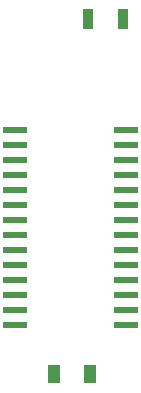
<source format=gbr>
%TF.GenerationSoftware,KiCad,Pcbnew,(5.1.9)-1*%
%TF.CreationDate,2021-05-11T14:20:08+02:00*%
%TF.ProjectId,ZX81 Intern 16K,5a583831-2049-46e7-9465-726e2031364b,rev?*%
%TF.SameCoordinates,Original*%
%TF.FileFunction,Paste,Top*%
%TF.FilePolarity,Positive*%
%FSLAX46Y46*%
G04 Gerber Fmt 4.6, Leading zero omitted, Abs format (unit mm)*
G04 Created by KiCad (PCBNEW (5.1.9)-1) date 2021-05-11 14:20:08*
%MOMM*%
%LPD*%
G01*
G04 APERTURE LIST*
%ADD10R,1.000000X1.600000*%
%ADD11R,0.900000X1.700000*%
%ADD12R,2.000000X0.600000*%
G04 APERTURE END LIST*
D10*
%TO.C,C1*%
X120093000Y-103810000D03*
X117093000Y-103810000D03*
%TD*%
D11*
%TO.C,R1*%
X122887000Y-73761600D03*
X119987000Y-73761600D03*
%TD*%
D12*
%TO.C,U1*%
X123191000Y-83108800D03*
X123191000Y-84378800D03*
X123191000Y-85648800D03*
X123191000Y-86918800D03*
X123191000Y-88188800D03*
X123191000Y-89458800D03*
X123191000Y-90728800D03*
X123191000Y-91998800D03*
X123191000Y-93268800D03*
X123191000Y-94538800D03*
X123191000Y-95808800D03*
X123191000Y-97078800D03*
X123191000Y-98348800D03*
X123191000Y-99618800D03*
X113791000Y-99618800D03*
X113791000Y-98348800D03*
X113791000Y-97078800D03*
X113791000Y-95808800D03*
X113791000Y-94538800D03*
X113791000Y-93268800D03*
X113791000Y-91998800D03*
X113791000Y-90728800D03*
X113791000Y-89458800D03*
X113791000Y-88188800D03*
X113791000Y-86918800D03*
X113791000Y-85648800D03*
X113791000Y-84378800D03*
X113791000Y-83108800D03*
%TD*%
M02*

</source>
